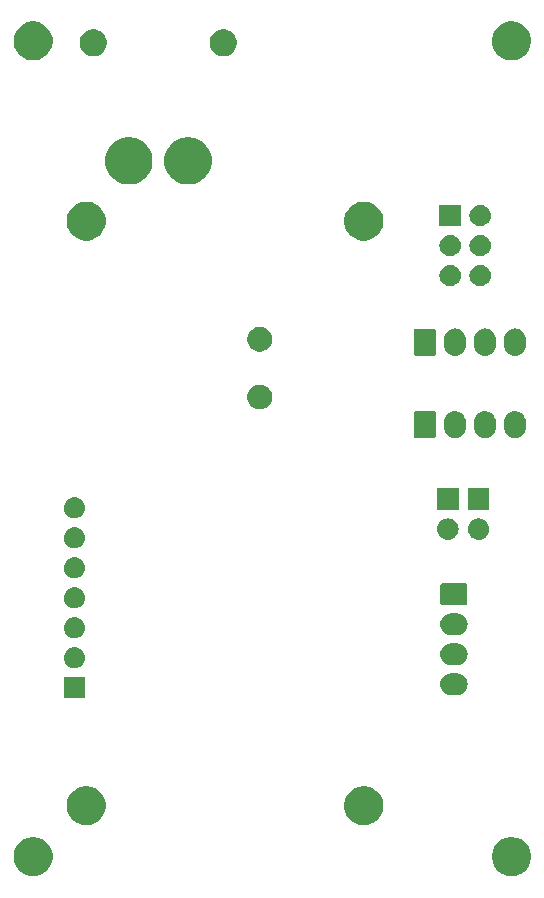
<source format=gbs>
G04 #@! TF.GenerationSoftware,KiCad,Pcbnew,5.0.2-bee76a0~70~ubuntu16.04.1*
G04 #@! TF.CreationDate,2019-07-23T17:30:48+02:00*
G04 #@! TF.ProjectId,ATtiny_3.0,41547469-6e79-45f3-932e-302e6b696361,rev?*
G04 #@! TF.SameCoordinates,Original*
G04 #@! TF.FileFunction,Soldermask,Bot*
G04 #@! TF.FilePolarity,Negative*
%FSLAX46Y46*%
G04 Gerber Fmt 4.6, Leading zero omitted, Abs format (unit mm)*
G04 Created by KiCad (PCBNEW 5.0.2-bee76a0~70~ubuntu16.04.1) date mar 23 jul 2019 17:30:48 CEST*
%MOMM*%
%LPD*%
G01*
G04 APERTURE LIST*
%ADD10C,0.100000*%
G04 APERTURE END LIST*
D10*
G36*
X136375256Y-102191298D02*
X136481579Y-102212447D01*
X136782042Y-102336903D01*
X137048852Y-102515180D01*
X137052454Y-102517587D01*
X137282413Y-102747546D01*
X137463098Y-103017960D01*
X137587553Y-103318422D01*
X137651000Y-103637389D01*
X137651000Y-103962611D01*
X137587553Y-104281578D01*
X137463098Y-104582040D01*
X137282413Y-104852454D01*
X137052454Y-105082413D01*
X137052451Y-105082415D01*
X136782042Y-105263097D01*
X136481579Y-105387553D01*
X136375256Y-105408702D01*
X136162611Y-105451000D01*
X135837389Y-105451000D01*
X135624744Y-105408702D01*
X135518421Y-105387553D01*
X135217958Y-105263097D01*
X134947549Y-105082415D01*
X134947546Y-105082413D01*
X134717587Y-104852454D01*
X134536902Y-104582040D01*
X134412447Y-104281578D01*
X134349000Y-103962611D01*
X134349000Y-103637389D01*
X134412447Y-103318422D01*
X134536902Y-103017960D01*
X134717587Y-102747546D01*
X134947546Y-102517587D01*
X134951148Y-102515180D01*
X135217958Y-102336903D01*
X135518421Y-102212447D01*
X135624744Y-102191298D01*
X135837389Y-102149000D01*
X136162611Y-102149000D01*
X136375256Y-102191298D01*
X136375256Y-102191298D01*
G37*
G36*
X95875256Y-102191298D02*
X95981579Y-102212447D01*
X96282042Y-102336903D01*
X96548852Y-102515180D01*
X96552454Y-102517587D01*
X96782413Y-102747546D01*
X96963098Y-103017960D01*
X97087553Y-103318422D01*
X97151000Y-103637389D01*
X97151000Y-103962611D01*
X97087553Y-104281578D01*
X96963098Y-104582040D01*
X96782413Y-104852454D01*
X96552454Y-105082413D01*
X96552451Y-105082415D01*
X96282042Y-105263097D01*
X95981579Y-105387553D01*
X95875256Y-105408702D01*
X95662611Y-105451000D01*
X95337389Y-105451000D01*
X95124744Y-105408702D01*
X95018421Y-105387553D01*
X94717958Y-105263097D01*
X94447549Y-105082415D01*
X94447546Y-105082413D01*
X94217587Y-104852454D01*
X94036902Y-104582040D01*
X93912447Y-104281578D01*
X93849000Y-103962611D01*
X93849000Y-103637389D01*
X93912447Y-103318422D01*
X94036902Y-103017960D01*
X94217587Y-102747546D01*
X94447546Y-102517587D01*
X94451148Y-102515180D01*
X94717958Y-102336903D01*
X95018421Y-102212447D01*
X95124744Y-102191298D01*
X95337389Y-102149000D01*
X95662611Y-102149000D01*
X95875256Y-102191298D01*
X95875256Y-102191298D01*
G37*
G36*
X100375256Y-97891298D02*
X100481579Y-97912447D01*
X100782042Y-98036903D01*
X101048852Y-98215180D01*
X101052454Y-98217587D01*
X101282413Y-98447546D01*
X101463098Y-98717960D01*
X101587553Y-99018422D01*
X101651000Y-99337389D01*
X101651000Y-99662611D01*
X101587553Y-99981578D01*
X101463098Y-100282040D01*
X101282413Y-100552454D01*
X101052454Y-100782413D01*
X101052451Y-100782415D01*
X100782042Y-100963097D01*
X100481579Y-101087553D01*
X100375256Y-101108702D01*
X100162611Y-101151000D01*
X99837389Y-101151000D01*
X99624744Y-101108702D01*
X99518421Y-101087553D01*
X99217958Y-100963097D01*
X98947549Y-100782415D01*
X98947546Y-100782413D01*
X98717587Y-100552454D01*
X98536902Y-100282040D01*
X98412447Y-99981578D01*
X98349000Y-99662611D01*
X98349000Y-99337389D01*
X98412447Y-99018422D01*
X98536902Y-98717960D01*
X98717587Y-98447546D01*
X98947546Y-98217587D01*
X98951148Y-98215180D01*
X99217958Y-98036903D01*
X99518421Y-97912447D01*
X99624744Y-97891298D01*
X99837389Y-97849000D01*
X100162611Y-97849000D01*
X100375256Y-97891298D01*
X100375256Y-97891298D01*
G37*
G36*
X123875256Y-97891298D02*
X123981579Y-97912447D01*
X124282042Y-98036903D01*
X124548852Y-98215180D01*
X124552454Y-98217587D01*
X124782413Y-98447546D01*
X124963098Y-98717960D01*
X125087553Y-99018422D01*
X125151000Y-99337389D01*
X125151000Y-99662611D01*
X125087553Y-99981578D01*
X124963098Y-100282040D01*
X124782413Y-100552454D01*
X124552454Y-100782413D01*
X124552451Y-100782415D01*
X124282042Y-100963097D01*
X123981579Y-101087553D01*
X123875256Y-101108702D01*
X123662611Y-101151000D01*
X123337389Y-101151000D01*
X123124744Y-101108702D01*
X123018421Y-101087553D01*
X122717958Y-100963097D01*
X122447549Y-100782415D01*
X122447546Y-100782413D01*
X122217587Y-100552454D01*
X122036902Y-100282040D01*
X121912447Y-99981578D01*
X121849000Y-99662611D01*
X121849000Y-99337389D01*
X121912447Y-99018422D01*
X122036902Y-98717960D01*
X122217587Y-98447546D01*
X122447546Y-98217587D01*
X122451148Y-98215180D01*
X122717958Y-98036903D01*
X123018421Y-97912447D01*
X123124744Y-97891298D01*
X123337389Y-97849000D01*
X123662611Y-97849000D01*
X123875256Y-97891298D01*
X123875256Y-97891298D01*
G37*
G36*
X99901000Y-90401000D02*
X98099000Y-90401000D01*
X98099000Y-88599000D01*
X99901000Y-88599000D01*
X99901000Y-90401000D01*
X99901000Y-90401000D01*
G37*
G36*
X131447845Y-88300942D02*
X131538048Y-88309826D01*
X131653787Y-88344935D01*
X131711658Y-88362490D01*
X131797179Y-88408202D01*
X131871656Y-88448011D01*
X131871658Y-88448012D01*
X131871657Y-88448012D01*
X132011896Y-88563104D01*
X132126988Y-88703343D01*
X132212510Y-88863342D01*
X132212510Y-88863343D01*
X132265174Y-89036952D01*
X132282956Y-89217500D01*
X132265174Y-89398048D01*
X132230065Y-89513787D01*
X132212510Y-89571658D01*
X132166798Y-89657179D01*
X132126989Y-89731656D01*
X132011896Y-89871896D01*
X131871656Y-89986989D01*
X131797179Y-90026798D01*
X131711658Y-90072510D01*
X131653787Y-90090065D01*
X131538048Y-90125174D01*
X131447845Y-90134058D01*
X131402745Y-90138500D01*
X130852255Y-90138500D01*
X130807155Y-90134058D01*
X130716952Y-90125174D01*
X130601213Y-90090065D01*
X130543342Y-90072510D01*
X130457821Y-90026798D01*
X130383344Y-89986989D01*
X130243104Y-89871896D01*
X130128011Y-89731656D01*
X130088202Y-89657179D01*
X130042490Y-89571658D01*
X130024935Y-89513787D01*
X129989826Y-89398048D01*
X129972044Y-89217500D01*
X129989826Y-89036952D01*
X130042490Y-88863343D01*
X130042490Y-88863342D01*
X130128012Y-88703343D01*
X130243104Y-88563104D01*
X130383343Y-88448012D01*
X130383342Y-88448012D01*
X130383344Y-88448011D01*
X130457821Y-88408202D01*
X130543342Y-88362490D01*
X130601213Y-88344935D01*
X130716952Y-88309826D01*
X130807155Y-88300942D01*
X130852255Y-88296500D01*
X131402745Y-88296500D01*
X131447845Y-88300942D01*
X131447845Y-88300942D01*
G37*
G36*
X99110442Y-86065518D02*
X99176627Y-86072037D01*
X99289853Y-86106384D01*
X99346467Y-86123557D01*
X99420900Y-86163343D01*
X99502991Y-86207222D01*
X99538729Y-86236552D01*
X99640186Y-86319814D01*
X99723448Y-86421271D01*
X99752778Y-86457009D01*
X99752779Y-86457011D01*
X99836443Y-86613533D01*
X99836443Y-86613534D01*
X99887963Y-86783373D01*
X99905359Y-86960000D01*
X99887963Y-87136627D01*
X99871270Y-87191656D01*
X99836443Y-87306467D01*
X99762348Y-87445087D01*
X99752778Y-87462991D01*
X99723448Y-87498729D01*
X99640186Y-87600186D01*
X99538729Y-87683448D01*
X99502991Y-87712778D01*
X99502989Y-87712779D01*
X99346467Y-87796443D01*
X99289853Y-87813616D01*
X99176627Y-87847963D01*
X99110443Y-87854481D01*
X99044260Y-87861000D01*
X98955740Y-87861000D01*
X98889557Y-87854481D01*
X98823373Y-87847963D01*
X98710147Y-87813616D01*
X98653533Y-87796443D01*
X98497011Y-87712779D01*
X98497009Y-87712778D01*
X98461271Y-87683448D01*
X98359814Y-87600186D01*
X98276552Y-87498729D01*
X98247222Y-87462991D01*
X98237652Y-87445087D01*
X98163557Y-87306467D01*
X98128730Y-87191656D01*
X98112037Y-87136627D01*
X98094641Y-86960000D01*
X98112037Y-86783373D01*
X98163557Y-86613534D01*
X98163557Y-86613533D01*
X98247221Y-86457011D01*
X98247222Y-86457009D01*
X98276552Y-86421271D01*
X98359814Y-86319814D01*
X98461271Y-86236552D01*
X98497009Y-86207222D01*
X98579100Y-86163343D01*
X98653533Y-86123557D01*
X98710147Y-86106384D01*
X98823373Y-86072037D01*
X98889558Y-86065518D01*
X98955740Y-86059000D01*
X99044260Y-86059000D01*
X99110442Y-86065518D01*
X99110442Y-86065518D01*
G37*
G36*
X131447845Y-85760942D02*
X131538048Y-85769826D01*
X131653787Y-85804935D01*
X131711658Y-85822490D01*
X131797179Y-85868202D01*
X131871656Y-85908011D01*
X132011896Y-86023104D01*
X132126989Y-86163344D01*
X132150442Y-86207222D01*
X132212510Y-86323342D01*
X132212510Y-86323343D01*
X132265174Y-86496952D01*
X132282956Y-86677500D01*
X132265174Y-86858048D01*
X132234247Y-86960000D01*
X132212510Y-87031658D01*
X132166798Y-87117179D01*
X132126989Y-87191656D01*
X132011896Y-87331896D01*
X131871656Y-87446989D01*
X131841718Y-87462991D01*
X131711658Y-87532510D01*
X131653787Y-87550065D01*
X131538048Y-87585174D01*
X131447845Y-87594058D01*
X131402745Y-87598500D01*
X130852255Y-87598500D01*
X130807155Y-87594058D01*
X130716952Y-87585174D01*
X130601213Y-87550065D01*
X130543342Y-87532510D01*
X130413282Y-87462991D01*
X130383344Y-87446989D01*
X130243104Y-87331896D01*
X130128011Y-87191656D01*
X130088202Y-87117179D01*
X130042490Y-87031658D01*
X130020753Y-86960000D01*
X129989826Y-86858048D01*
X129972044Y-86677500D01*
X129989826Y-86496952D01*
X130042490Y-86323343D01*
X130042490Y-86323342D01*
X130104558Y-86207222D01*
X130128011Y-86163344D01*
X130243104Y-86023104D01*
X130383344Y-85908011D01*
X130457821Y-85868202D01*
X130543342Y-85822490D01*
X130601213Y-85804935D01*
X130716952Y-85769826D01*
X130807155Y-85760942D01*
X130852255Y-85756500D01*
X131402745Y-85756500D01*
X131447845Y-85760942D01*
X131447845Y-85760942D01*
G37*
G36*
X99110443Y-83525519D02*
X99176627Y-83532037D01*
X99289853Y-83566384D01*
X99346467Y-83583557D01*
X99420900Y-83623343D01*
X99502991Y-83667222D01*
X99538729Y-83696552D01*
X99640186Y-83779814D01*
X99723448Y-83881271D01*
X99752778Y-83917009D01*
X99752779Y-83917011D01*
X99836443Y-84073533D01*
X99836443Y-84073534D01*
X99887963Y-84243373D01*
X99905359Y-84420000D01*
X99887963Y-84596627D01*
X99871270Y-84651656D01*
X99836443Y-84766467D01*
X99762348Y-84905087D01*
X99752778Y-84922991D01*
X99723448Y-84958729D01*
X99640186Y-85060186D01*
X99538729Y-85143448D01*
X99502991Y-85172778D01*
X99502989Y-85172779D01*
X99346467Y-85256443D01*
X99289853Y-85273616D01*
X99176627Y-85307963D01*
X99110442Y-85314482D01*
X99044260Y-85321000D01*
X98955740Y-85321000D01*
X98889558Y-85314482D01*
X98823373Y-85307963D01*
X98710147Y-85273616D01*
X98653533Y-85256443D01*
X98497011Y-85172779D01*
X98497009Y-85172778D01*
X98461271Y-85143448D01*
X98359814Y-85060186D01*
X98276552Y-84958729D01*
X98247222Y-84922991D01*
X98237652Y-84905087D01*
X98163557Y-84766467D01*
X98128730Y-84651656D01*
X98112037Y-84596627D01*
X98094641Y-84420000D01*
X98112037Y-84243373D01*
X98163557Y-84073534D01*
X98163557Y-84073533D01*
X98247221Y-83917011D01*
X98247222Y-83917009D01*
X98276552Y-83881271D01*
X98359814Y-83779814D01*
X98461271Y-83696552D01*
X98497009Y-83667222D01*
X98579100Y-83623343D01*
X98653533Y-83583557D01*
X98710147Y-83566384D01*
X98823373Y-83532037D01*
X98889557Y-83525519D01*
X98955740Y-83519000D01*
X99044260Y-83519000D01*
X99110443Y-83525519D01*
X99110443Y-83525519D01*
G37*
G36*
X131447845Y-83220942D02*
X131538048Y-83229826D01*
X131653787Y-83264935D01*
X131711658Y-83282490D01*
X131797179Y-83328202D01*
X131871656Y-83368011D01*
X132011896Y-83483104D01*
X132126989Y-83623344D01*
X132150442Y-83667222D01*
X132212510Y-83783342D01*
X132212510Y-83783343D01*
X132265174Y-83956952D01*
X132282956Y-84137500D01*
X132265174Y-84318048D01*
X132234247Y-84420000D01*
X132212510Y-84491658D01*
X132166798Y-84577179D01*
X132126989Y-84651656D01*
X132011896Y-84791896D01*
X131871656Y-84906989D01*
X131841718Y-84922991D01*
X131711658Y-84992510D01*
X131653787Y-85010065D01*
X131538048Y-85045174D01*
X131447845Y-85054058D01*
X131402745Y-85058500D01*
X130852255Y-85058500D01*
X130807155Y-85054058D01*
X130716952Y-85045174D01*
X130601213Y-85010065D01*
X130543342Y-84992510D01*
X130413282Y-84922991D01*
X130383344Y-84906989D01*
X130243104Y-84791896D01*
X130128011Y-84651656D01*
X130088202Y-84577179D01*
X130042490Y-84491658D01*
X130020753Y-84420000D01*
X129989826Y-84318048D01*
X129972044Y-84137500D01*
X129989826Y-83956952D01*
X130042490Y-83783343D01*
X130042490Y-83783342D01*
X130104558Y-83667222D01*
X130128011Y-83623344D01*
X130243104Y-83483104D01*
X130383344Y-83368011D01*
X130457821Y-83328202D01*
X130543342Y-83282490D01*
X130601213Y-83264935D01*
X130716952Y-83229826D01*
X130807155Y-83220942D01*
X130852255Y-83216500D01*
X131402745Y-83216500D01*
X131447845Y-83220942D01*
X131447845Y-83220942D01*
G37*
G36*
X99110442Y-80985518D02*
X99176627Y-80992037D01*
X99289853Y-81026384D01*
X99346467Y-81043557D01*
X99485087Y-81117652D01*
X99502991Y-81127222D01*
X99538729Y-81156552D01*
X99640186Y-81239814D01*
X99723448Y-81341271D01*
X99752778Y-81377009D01*
X99752779Y-81377011D01*
X99836443Y-81533533D01*
X99836443Y-81533534D01*
X99887963Y-81703373D01*
X99905359Y-81880000D01*
X99887963Y-82056627D01*
X99853616Y-82169853D01*
X99836443Y-82226467D01*
X99777474Y-82336788D01*
X99752778Y-82382991D01*
X99730708Y-82409883D01*
X99640186Y-82520186D01*
X99538729Y-82603448D01*
X99502991Y-82632778D01*
X99502989Y-82632779D01*
X99346467Y-82716443D01*
X99289853Y-82733616D01*
X99176627Y-82767963D01*
X99110443Y-82774481D01*
X99044260Y-82781000D01*
X98955740Y-82781000D01*
X98889557Y-82774481D01*
X98823373Y-82767963D01*
X98710147Y-82733616D01*
X98653533Y-82716443D01*
X98497011Y-82632779D01*
X98497009Y-82632778D01*
X98461271Y-82603448D01*
X98359814Y-82520186D01*
X98269292Y-82409883D01*
X98247222Y-82382991D01*
X98222526Y-82336788D01*
X98163557Y-82226467D01*
X98146384Y-82169853D01*
X98112037Y-82056627D01*
X98094641Y-81880000D01*
X98112037Y-81703373D01*
X98163557Y-81533534D01*
X98163557Y-81533533D01*
X98247221Y-81377011D01*
X98247222Y-81377009D01*
X98276552Y-81341271D01*
X98359814Y-81239814D01*
X98461271Y-81156552D01*
X98497009Y-81127222D01*
X98514913Y-81117652D01*
X98653533Y-81043557D01*
X98710147Y-81026384D01*
X98823373Y-80992037D01*
X98889558Y-80985518D01*
X98955740Y-80979000D01*
X99044260Y-80979000D01*
X99110442Y-80985518D01*
X99110442Y-80985518D01*
G37*
G36*
X132137060Y-80680466D02*
X132169883Y-80690423D01*
X132200132Y-80706592D01*
X132226648Y-80728352D01*
X132248408Y-80754868D01*
X132264577Y-80785117D01*
X132274534Y-80817940D01*
X132278500Y-80858212D01*
X132278500Y-82336788D01*
X132274534Y-82377060D01*
X132264577Y-82409883D01*
X132248408Y-82440132D01*
X132226648Y-82466648D01*
X132200132Y-82488408D01*
X132169883Y-82504577D01*
X132137060Y-82514534D01*
X132096788Y-82518500D01*
X130158212Y-82518500D01*
X130117940Y-82514534D01*
X130085117Y-82504577D01*
X130054868Y-82488408D01*
X130028352Y-82466648D01*
X130006592Y-82440132D01*
X129990423Y-82409883D01*
X129980466Y-82377060D01*
X129976500Y-82336788D01*
X129976500Y-80858212D01*
X129980466Y-80817940D01*
X129990423Y-80785117D01*
X130006592Y-80754868D01*
X130028352Y-80728352D01*
X130054868Y-80706592D01*
X130085117Y-80690423D01*
X130117940Y-80680466D01*
X130158212Y-80676500D01*
X132096788Y-80676500D01*
X132137060Y-80680466D01*
X132137060Y-80680466D01*
G37*
G36*
X99110442Y-78445518D02*
X99176627Y-78452037D01*
X99289853Y-78486384D01*
X99346467Y-78503557D01*
X99485087Y-78577652D01*
X99502991Y-78587222D01*
X99538729Y-78616552D01*
X99640186Y-78699814D01*
X99723448Y-78801271D01*
X99752778Y-78837009D01*
X99752779Y-78837011D01*
X99836443Y-78993533D01*
X99836443Y-78993534D01*
X99887963Y-79163373D01*
X99905359Y-79340000D01*
X99887963Y-79516627D01*
X99853616Y-79629853D01*
X99836443Y-79686467D01*
X99762348Y-79825087D01*
X99752778Y-79842991D01*
X99723448Y-79878729D01*
X99640186Y-79980186D01*
X99538729Y-80063448D01*
X99502991Y-80092778D01*
X99502989Y-80092779D01*
X99346467Y-80176443D01*
X99289853Y-80193616D01*
X99176627Y-80227963D01*
X99110442Y-80234482D01*
X99044260Y-80241000D01*
X98955740Y-80241000D01*
X98889558Y-80234482D01*
X98823373Y-80227963D01*
X98710147Y-80193616D01*
X98653533Y-80176443D01*
X98497011Y-80092779D01*
X98497009Y-80092778D01*
X98461271Y-80063448D01*
X98359814Y-79980186D01*
X98276552Y-79878729D01*
X98247222Y-79842991D01*
X98237652Y-79825087D01*
X98163557Y-79686467D01*
X98146384Y-79629853D01*
X98112037Y-79516627D01*
X98094641Y-79340000D01*
X98112037Y-79163373D01*
X98163557Y-78993534D01*
X98163557Y-78993533D01*
X98247221Y-78837011D01*
X98247222Y-78837009D01*
X98276552Y-78801271D01*
X98359814Y-78699814D01*
X98461271Y-78616552D01*
X98497009Y-78587222D01*
X98514913Y-78577652D01*
X98653533Y-78503557D01*
X98710147Y-78486384D01*
X98823373Y-78452037D01*
X98889558Y-78445518D01*
X98955740Y-78439000D01*
X99044260Y-78439000D01*
X99110442Y-78445518D01*
X99110442Y-78445518D01*
G37*
G36*
X99110443Y-75905519D02*
X99176627Y-75912037D01*
X99289853Y-75946384D01*
X99346467Y-75963557D01*
X99485087Y-76037652D01*
X99502991Y-76047222D01*
X99534401Y-76073000D01*
X99640186Y-76159814D01*
X99723448Y-76261271D01*
X99752778Y-76297009D01*
X99752779Y-76297011D01*
X99836443Y-76453533D01*
X99836443Y-76453534D01*
X99887963Y-76623373D01*
X99905359Y-76800000D01*
X99887963Y-76976627D01*
X99853616Y-77089853D01*
X99836443Y-77146467D01*
X99762348Y-77285087D01*
X99752778Y-77302991D01*
X99723448Y-77338729D01*
X99640186Y-77440186D01*
X99538729Y-77523448D01*
X99502991Y-77552778D01*
X99502989Y-77552779D01*
X99346467Y-77636443D01*
X99289853Y-77653616D01*
X99176627Y-77687963D01*
X99110443Y-77694481D01*
X99044260Y-77701000D01*
X98955740Y-77701000D01*
X98889557Y-77694481D01*
X98823373Y-77687963D01*
X98710147Y-77653616D01*
X98653533Y-77636443D01*
X98497011Y-77552779D01*
X98497009Y-77552778D01*
X98461271Y-77523448D01*
X98359814Y-77440186D01*
X98276552Y-77338729D01*
X98247222Y-77302991D01*
X98237652Y-77285087D01*
X98163557Y-77146467D01*
X98146384Y-77089853D01*
X98112037Y-76976627D01*
X98094641Y-76800000D01*
X98112037Y-76623373D01*
X98163557Y-76453534D01*
X98163557Y-76453533D01*
X98247221Y-76297011D01*
X98247222Y-76297009D01*
X98276552Y-76261271D01*
X98359814Y-76159814D01*
X98465599Y-76073000D01*
X98497009Y-76047222D01*
X98514913Y-76037652D01*
X98653533Y-75963557D01*
X98710147Y-75946384D01*
X98823373Y-75912037D01*
X98889557Y-75905519D01*
X98955740Y-75899000D01*
X99044260Y-75899000D01*
X99110443Y-75905519D01*
X99110443Y-75905519D01*
G37*
G36*
X133333442Y-75178518D02*
X133399627Y-75185037D01*
X133512853Y-75219384D01*
X133569467Y-75236557D01*
X133708087Y-75310652D01*
X133725991Y-75320222D01*
X133761729Y-75349552D01*
X133863186Y-75432814D01*
X133946448Y-75534271D01*
X133975778Y-75570009D01*
X133975779Y-75570011D01*
X134059443Y-75726533D01*
X134059443Y-75726534D01*
X134110963Y-75896373D01*
X134128359Y-76073000D01*
X134110963Y-76249627D01*
X134096590Y-76297009D01*
X134059443Y-76419467D01*
X133985348Y-76558087D01*
X133975778Y-76575991D01*
X133946448Y-76611729D01*
X133863186Y-76713186D01*
X133761729Y-76796448D01*
X133725991Y-76825778D01*
X133725989Y-76825779D01*
X133569467Y-76909443D01*
X133512853Y-76926616D01*
X133399627Y-76960963D01*
X133333442Y-76967482D01*
X133267260Y-76974000D01*
X133178740Y-76974000D01*
X133112558Y-76967482D01*
X133046373Y-76960963D01*
X132933147Y-76926616D01*
X132876533Y-76909443D01*
X132720011Y-76825779D01*
X132720009Y-76825778D01*
X132684271Y-76796448D01*
X132582814Y-76713186D01*
X132499552Y-76611729D01*
X132470222Y-76575991D01*
X132460652Y-76558087D01*
X132386557Y-76419467D01*
X132349410Y-76297009D01*
X132335037Y-76249627D01*
X132317641Y-76073000D01*
X132335037Y-75896373D01*
X132386557Y-75726534D01*
X132386557Y-75726533D01*
X132470221Y-75570011D01*
X132470222Y-75570009D01*
X132499552Y-75534271D01*
X132582814Y-75432814D01*
X132684271Y-75349552D01*
X132720009Y-75320222D01*
X132737913Y-75310652D01*
X132876533Y-75236557D01*
X132933147Y-75219384D01*
X133046373Y-75185037D01*
X133112558Y-75178518D01*
X133178740Y-75172000D01*
X133267260Y-75172000D01*
X133333442Y-75178518D01*
X133333442Y-75178518D01*
G37*
G36*
X130730442Y-75178518D02*
X130796627Y-75185037D01*
X130909853Y-75219384D01*
X130966467Y-75236557D01*
X131105087Y-75310652D01*
X131122991Y-75320222D01*
X131158729Y-75349552D01*
X131260186Y-75432814D01*
X131343448Y-75534271D01*
X131372778Y-75570009D01*
X131372779Y-75570011D01*
X131456443Y-75726533D01*
X131456443Y-75726534D01*
X131507963Y-75896373D01*
X131525359Y-76073000D01*
X131507963Y-76249627D01*
X131493590Y-76297009D01*
X131456443Y-76419467D01*
X131382348Y-76558087D01*
X131372778Y-76575991D01*
X131343448Y-76611729D01*
X131260186Y-76713186D01*
X131158729Y-76796448D01*
X131122991Y-76825778D01*
X131122989Y-76825779D01*
X130966467Y-76909443D01*
X130909853Y-76926616D01*
X130796627Y-76960963D01*
X130730442Y-76967482D01*
X130664260Y-76974000D01*
X130575740Y-76974000D01*
X130509558Y-76967482D01*
X130443373Y-76960963D01*
X130330147Y-76926616D01*
X130273533Y-76909443D01*
X130117011Y-76825779D01*
X130117009Y-76825778D01*
X130081271Y-76796448D01*
X129979814Y-76713186D01*
X129896552Y-76611729D01*
X129867222Y-76575991D01*
X129857652Y-76558087D01*
X129783557Y-76419467D01*
X129746410Y-76297009D01*
X129732037Y-76249627D01*
X129714641Y-76073000D01*
X129732037Y-75896373D01*
X129783557Y-75726534D01*
X129783557Y-75726533D01*
X129867221Y-75570011D01*
X129867222Y-75570009D01*
X129896552Y-75534271D01*
X129979814Y-75432814D01*
X130081271Y-75349552D01*
X130117009Y-75320222D01*
X130134913Y-75310652D01*
X130273533Y-75236557D01*
X130330147Y-75219384D01*
X130443373Y-75185037D01*
X130509558Y-75178518D01*
X130575740Y-75172000D01*
X130664260Y-75172000D01*
X130730442Y-75178518D01*
X130730442Y-75178518D01*
G37*
G36*
X99110443Y-73365519D02*
X99176627Y-73372037D01*
X99289853Y-73406384D01*
X99346467Y-73423557D01*
X99485087Y-73497652D01*
X99502991Y-73507222D01*
X99538729Y-73536552D01*
X99640186Y-73619814D01*
X99723448Y-73721271D01*
X99752778Y-73757009D01*
X99752779Y-73757011D01*
X99836443Y-73913533D01*
X99836443Y-73913534D01*
X99887963Y-74083373D01*
X99905359Y-74260000D01*
X99887963Y-74436627D01*
X99853616Y-74549853D01*
X99836443Y-74606467D01*
X99762348Y-74745087D01*
X99752778Y-74762991D01*
X99723448Y-74798729D01*
X99640186Y-74900186D01*
X99538729Y-74983448D01*
X99502991Y-75012778D01*
X99502989Y-75012779D01*
X99346467Y-75096443D01*
X99289853Y-75113616D01*
X99176627Y-75147963D01*
X99110442Y-75154482D01*
X99044260Y-75161000D01*
X98955740Y-75161000D01*
X98889558Y-75154482D01*
X98823373Y-75147963D01*
X98710147Y-75113616D01*
X98653533Y-75096443D01*
X98497011Y-75012779D01*
X98497009Y-75012778D01*
X98461271Y-74983448D01*
X98359814Y-74900186D01*
X98276552Y-74798729D01*
X98247222Y-74762991D01*
X98237652Y-74745087D01*
X98163557Y-74606467D01*
X98146384Y-74549853D01*
X98112037Y-74436627D01*
X98094641Y-74260000D01*
X98112037Y-74083373D01*
X98163557Y-73913534D01*
X98163557Y-73913533D01*
X98247221Y-73757011D01*
X98247222Y-73757009D01*
X98276552Y-73721271D01*
X98359814Y-73619814D01*
X98461271Y-73536552D01*
X98497009Y-73507222D01*
X98514913Y-73497652D01*
X98653533Y-73423557D01*
X98710147Y-73406384D01*
X98823373Y-73372037D01*
X98889557Y-73365519D01*
X98955740Y-73359000D01*
X99044260Y-73359000D01*
X99110443Y-73365519D01*
X99110443Y-73365519D01*
G37*
G36*
X134124000Y-74434000D02*
X132322000Y-74434000D01*
X132322000Y-72632000D01*
X134124000Y-72632000D01*
X134124000Y-74434000D01*
X134124000Y-74434000D01*
G37*
G36*
X131521000Y-74434000D02*
X129719000Y-74434000D01*
X129719000Y-72632000D01*
X131521000Y-72632000D01*
X131521000Y-74434000D01*
X131521000Y-74434000D01*
G37*
G36*
X136470547Y-66094435D02*
X136586286Y-66129544D01*
X136644157Y-66147099D01*
X136665718Y-66158624D01*
X136804155Y-66232620D01*
X136944396Y-66347713D01*
X137059489Y-66487953D01*
X137099298Y-66562430D01*
X137145010Y-66647951D01*
X137162565Y-66705822D01*
X137197674Y-66821561D01*
X137211000Y-66956865D01*
X137211000Y-67507352D01*
X137197674Y-67642657D01*
X137145010Y-67816266D01*
X137059489Y-67976265D01*
X136944396Y-68116505D01*
X136804156Y-68231598D01*
X136785314Y-68241669D01*
X136644158Y-68317119D01*
X136597551Y-68331257D01*
X136470548Y-68369783D01*
X136290000Y-68387565D01*
X136109453Y-68369783D01*
X135982450Y-68331257D01*
X135935843Y-68317119D01*
X135794687Y-68241669D01*
X135775845Y-68231598D01*
X135635605Y-68116505D01*
X135520512Y-67976265D01*
X135480703Y-67901789D01*
X135434990Y-67816267D01*
X135417435Y-67758396D01*
X135382326Y-67642657D01*
X135369000Y-67507353D01*
X135369000Y-66956866D01*
X135382326Y-66821562D01*
X135434990Y-66647953D01*
X135434990Y-66647952D01*
X135466183Y-66589595D01*
X135520511Y-66487954D01*
X135635604Y-66347713D01*
X135775844Y-66232620D01*
X135912685Y-66159477D01*
X135935842Y-66147099D01*
X135993713Y-66129544D01*
X136109452Y-66094435D01*
X136290000Y-66076653D01*
X136470547Y-66094435D01*
X136470547Y-66094435D01*
G37*
G36*
X131390547Y-66094435D02*
X131506286Y-66129544D01*
X131564157Y-66147099D01*
X131585718Y-66158624D01*
X131724155Y-66232620D01*
X131864396Y-66347713D01*
X131979489Y-66487953D01*
X132019298Y-66562430D01*
X132065010Y-66647951D01*
X132082565Y-66705822D01*
X132117674Y-66821561D01*
X132131000Y-66956865D01*
X132131000Y-67507352D01*
X132117674Y-67642657D01*
X132065010Y-67816266D01*
X131979489Y-67976265D01*
X131864396Y-68116505D01*
X131724156Y-68231598D01*
X131705314Y-68241669D01*
X131564158Y-68317119D01*
X131517551Y-68331257D01*
X131390548Y-68369783D01*
X131210000Y-68387565D01*
X131029453Y-68369783D01*
X130902450Y-68331257D01*
X130855843Y-68317119D01*
X130714687Y-68241669D01*
X130695845Y-68231598D01*
X130555605Y-68116505D01*
X130440512Y-67976265D01*
X130400703Y-67901789D01*
X130354990Y-67816267D01*
X130337435Y-67758396D01*
X130302326Y-67642657D01*
X130289000Y-67507353D01*
X130289000Y-66956866D01*
X130302326Y-66821562D01*
X130354990Y-66647953D01*
X130354990Y-66647952D01*
X130386183Y-66589595D01*
X130440511Y-66487954D01*
X130555604Y-66347713D01*
X130695844Y-66232620D01*
X130832685Y-66159477D01*
X130855842Y-66147099D01*
X130913713Y-66129544D01*
X131029452Y-66094435D01*
X131210000Y-66076653D01*
X131390547Y-66094435D01*
X131390547Y-66094435D01*
G37*
G36*
X133930547Y-66094435D02*
X134046286Y-66129544D01*
X134104157Y-66147099D01*
X134125718Y-66158624D01*
X134264155Y-66232620D01*
X134404396Y-66347713D01*
X134519489Y-66487953D01*
X134559298Y-66562430D01*
X134605010Y-66647951D01*
X134622565Y-66705822D01*
X134657674Y-66821561D01*
X134671000Y-66956865D01*
X134671000Y-67507352D01*
X134657674Y-67642657D01*
X134605010Y-67816266D01*
X134519489Y-67976265D01*
X134404396Y-68116505D01*
X134264156Y-68231598D01*
X134245314Y-68241669D01*
X134104158Y-68317119D01*
X134057551Y-68331257D01*
X133930548Y-68369783D01*
X133750000Y-68387565D01*
X133569453Y-68369783D01*
X133442450Y-68331257D01*
X133395843Y-68317119D01*
X133254687Y-68241669D01*
X133235845Y-68231598D01*
X133095605Y-68116505D01*
X132980512Y-67976265D01*
X132940703Y-67901789D01*
X132894990Y-67816267D01*
X132877435Y-67758396D01*
X132842326Y-67642657D01*
X132829000Y-67507353D01*
X132829000Y-66956866D01*
X132842326Y-66821562D01*
X132894990Y-66647953D01*
X132894990Y-66647952D01*
X132926183Y-66589595D01*
X132980511Y-66487954D01*
X133095604Y-66347713D01*
X133235844Y-66232620D01*
X133372685Y-66159477D01*
X133395842Y-66147099D01*
X133453713Y-66129544D01*
X133569452Y-66094435D01*
X133750000Y-66076653D01*
X133930547Y-66094435D01*
X133930547Y-66094435D01*
G37*
G36*
X129449560Y-66085075D02*
X129482383Y-66095032D01*
X129512632Y-66111201D01*
X129539148Y-66132961D01*
X129560908Y-66159477D01*
X129577077Y-66189726D01*
X129587034Y-66222549D01*
X129591000Y-66262821D01*
X129591000Y-68201397D01*
X129587034Y-68241669D01*
X129577077Y-68274492D01*
X129560908Y-68304741D01*
X129539148Y-68331257D01*
X129512632Y-68353017D01*
X129482383Y-68369186D01*
X129449560Y-68379143D01*
X129409288Y-68383109D01*
X127930712Y-68383109D01*
X127890440Y-68379143D01*
X127857617Y-68369186D01*
X127827368Y-68353017D01*
X127800852Y-68331257D01*
X127779092Y-68304741D01*
X127762923Y-68274492D01*
X127752966Y-68241669D01*
X127749000Y-68201397D01*
X127749000Y-66262821D01*
X127752966Y-66222549D01*
X127762923Y-66189726D01*
X127779092Y-66159477D01*
X127800852Y-66132961D01*
X127827368Y-66111201D01*
X127857617Y-66095032D01*
X127890440Y-66085075D01*
X127930712Y-66081109D01*
X129409288Y-66081109D01*
X129449560Y-66085075D01*
X129449560Y-66085075D01*
G37*
G36*
X114987565Y-63889389D02*
X115178834Y-63968615D01*
X115350976Y-64083637D01*
X115497363Y-64230024D01*
X115612385Y-64402166D01*
X115691611Y-64593435D01*
X115732000Y-64796484D01*
X115732000Y-65003516D01*
X115691611Y-65206565D01*
X115612385Y-65397834D01*
X115497363Y-65569976D01*
X115350976Y-65716363D01*
X115178834Y-65831385D01*
X114987565Y-65910611D01*
X114784516Y-65951000D01*
X114577484Y-65951000D01*
X114374435Y-65910611D01*
X114183166Y-65831385D01*
X114011024Y-65716363D01*
X113864637Y-65569976D01*
X113749615Y-65397834D01*
X113670389Y-65206565D01*
X113630000Y-65003516D01*
X113630000Y-64796484D01*
X113670389Y-64593435D01*
X113749615Y-64402166D01*
X113864637Y-64230024D01*
X114011024Y-64083637D01*
X114183166Y-63968615D01*
X114374435Y-63889389D01*
X114577484Y-63849000D01*
X114784516Y-63849000D01*
X114987565Y-63889389D01*
X114987565Y-63889389D01*
G37*
G36*
X131390547Y-59109435D02*
X131506286Y-59144544D01*
X131564157Y-59162099D01*
X131585718Y-59173624D01*
X131724155Y-59247620D01*
X131864396Y-59362713D01*
X131979489Y-59502953D01*
X132019298Y-59577430D01*
X132065010Y-59662951D01*
X132074257Y-59693435D01*
X132117674Y-59836561D01*
X132131000Y-59971865D01*
X132131000Y-60522352D01*
X132117674Y-60657657D01*
X132065010Y-60831266D01*
X131979489Y-60991265D01*
X131864396Y-61131505D01*
X131724156Y-61246598D01*
X131705314Y-61256669D01*
X131564158Y-61332119D01*
X131517551Y-61346257D01*
X131390548Y-61384783D01*
X131210000Y-61402565D01*
X131029453Y-61384783D01*
X130902450Y-61346257D01*
X130855843Y-61332119D01*
X130714687Y-61256669D01*
X130695845Y-61246598D01*
X130555605Y-61131505D01*
X130440512Y-60991265D01*
X130400703Y-60916789D01*
X130354990Y-60831267D01*
X130306063Y-60669976D01*
X130302326Y-60657657D01*
X130289000Y-60522353D01*
X130289000Y-59971866D01*
X130302326Y-59836562D01*
X130354990Y-59662953D01*
X130354990Y-59662952D01*
X130386183Y-59604595D01*
X130440511Y-59502954D01*
X130555604Y-59362713D01*
X130695844Y-59247620D01*
X130815548Y-59183637D01*
X130855842Y-59162099D01*
X130913713Y-59144544D01*
X131029452Y-59109435D01*
X131210000Y-59091653D01*
X131390547Y-59109435D01*
X131390547Y-59109435D01*
G37*
G36*
X133930547Y-59109435D02*
X134046286Y-59144544D01*
X134104157Y-59162099D01*
X134125718Y-59173624D01*
X134264155Y-59247620D01*
X134404396Y-59362713D01*
X134519489Y-59502953D01*
X134559298Y-59577430D01*
X134605010Y-59662951D01*
X134614257Y-59693435D01*
X134657674Y-59836561D01*
X134671000Y-59971865D01*
X134671000Y-60522352D01*
X134657674Y-60657657D01*
X134605010Y-60831266D01*
X134519489Y-60991265D01*
X134404396Y-61131505D01*
X134264156Y-61246598D01*
X134245314Y-61256669D01*
X134104158Y-61332119D01*
X134057551Y-61346257D01*
X133930548Y-61384783D01*
X133750000Y-61402565D01*
X133569453Y-61384783D01*
X133442450Y-61346257D01*
X133395843Y-61332119D01*
X133254687Y-61256669D01*
X133235845Y-61246598D01*
X133095605Y-61131505D01*
X132980512Y-60991265D01*
X132940703Y-60916789D01*
X132894990Y-60831267D01*
X132846063Y-60669976D01*
X132842326Y-60657657D01*
X132829000Y-60522353D01*
X132829000Y-59971866D01*
X132842326Y-59836562D01*
X132894990Y-59662953D01*
X132894990Y-59662952D01*
X132926183Y-59604595D01*
X132980511Y-59502954D01*
X133095604Y-59362713D01*
X133235844Y-59247620D01*
X133355548Y-59183637D01*
X133395842Y-59162099D01*
X133453713Y-59144544D01*
X133569452Y-59109435D01*
X133750000Y-59091653D01*
X133930547Y-59109435D01*
X133930547Y-59109435D01*
G37*
G36*
X136470547Y-59109435D02*
X136586286Y-59144544D01*
X136644157Y-59162099D01*
X136665718Y-59173624D01*
X136804155Y-59247620D01*
X136944396Y-59362713D01*
X137059489Y-59502953D01*
X137099298Y-59577430D01*
X137145010Y-59662951D01*
X137154257Y-59693435D01*
X137197674Y-59836561D01*
X137211000Y-59971865D01*
X137211000Y-60522352D01*
X137197674Y-60657657D01*
X137145010Y-60831266D01*
X137059489Y-60991265D01*
X136944396Y-61131505D01*
X136804156Y-61246598D01*
X136785314Y-61256669D01*
X136644158Y-61332119D01*
X136597551Y-61346257D01*
X136470548Y-61384783D01*
X136290000Y-61402565D01*
X136109453Y-61384783D01*
X135982450Y-61346257D01*
X135935843Y-61332119D01*
X135794687Y-61256669D01*
X135775845Y-61246598D01*
X135635605Y-61131505D01*
X135520512Y-60991265D01*
X135480703Y-60916789D01*
X135434990Y-60831267D01*
X135386063Y-60669976D01*
X135382326Y-60657657D01*
X135369000Y-60522353D01*
X135369000Y-59971866D01*
X135382326Y-59836562D01*
X135434990Y-59662953D01*
X135434990Y-59662952D01*
X135466183Y-59604595D01*
X135520511Y-59502954D01*
X135635604Y-59362713D01*
X135775844Y-59247620D01*
X135895548Y-59183637D01*
X135935842Y-59162099D01*
X135993713Y-59144544D01*
X136109452Y-59109435D01*
X136290000Y-59091653D01*
X136470547Y-59109435D01*
X136470547Y-59109435D01*
G37*
G36*
X129449560Y-59100075D02*
X129482383Y-59110032D01*
X129512632Y-59126201D01*
X129539148Y-59147961D01*
X129560908Y-59174477D01*
X129577077Y-59204726D01*
X129587034Y-59237549D01*
X129591000Y-59277821D01*
X129591000Y-61216397D01*
X129587034Y-61256669D01*
X129577077Y-61289492D01*
X129560908Y-61319741D01*
X129539148Y-61346257D01*
X129512632Y-61368017D01*
X129482383Y-61384186D01*
X129449560Y-61394143D01*
X129409288Y-61398109D01*
X127930712Y-61398109D01*
X127890440Y-61394143D01*
X127857617Y-61384186D01*
X127827368Y-61368017D01*
X127800852Y-61346257D01*
X127779092Y-61319741D01*
X127762923Y-61289492D01*
X127752966Y-61256669D01*
X127749000Y-61216397D01*
X127749000Y-59277821D01*
X127752966Y-59237549D01*
X127762923Y-59204726D01*
X127779092Y-59174477D01*
X127800852Y-59147961D01*
X127827368Y-59126201D01*
X127857617Y-59110032D01*
X127890440Y-59100075D01*
X127930712Y-59096109D01*
X129409288Y-59096109D01*
X129449560Y-59100075D01*
X129449560Y-59100075D01*
G37*
G36*
X114987565Y-58989389D02*
X115178834Y-59068615D01*
X115350976Y-59183637D01*
X115497363Y-59330024D01*
X115612385Y-59502166D01*
X115691611Y-59693435D01*
X115732000Y-59896484D01*
X115732000Y-60103516D01*
X115691611Y-60306565D01*
X115612385Y-60497834D01*
X115497363Y-60669976D01*
X115350976Y-60816363D01*
X115178834Y-60931385D01*
X114987565Y-61010611D01*
X114784516Y-61051000D01*
X114577484Y-61051000D01*
X114374435Y-61010611D01*
X114183166Y-60931385D01*
X114011024Y-60816363D01*
X113864637Y-60669976D01*
X113749615Y-60497834D01*
X113670389Y-60306565D01*
X113630000Y-60103516D01*
X113630000Y-59896484D01*
X113670389Y-59693435D01*
X113749615Y-59502166D01*
X113864637Y-59330024D01*
X114011024Y-59183637D01*
X114183166Y-59068615D01*
X114374435Y-58989389D01*
X114577484Y-58949000D01*
X114784516Y-58949000D01*
X114987565Y-58989389D01*
X114987565Y-58989389D01*
G37*
G36*
X133460442Y-53715518D02*
X133526627Y-53722037D01*
X133639853Y-53756384D01*
X133696467Y-53773557D01*
X133835087Y-53847652D01*
X133852991Y-53857222D01*
X133888729Y-53886552D01*
X133990186Y-53969814D01*
X134073448Y-54071271D01*
X134102778Y-54107009D01*
X134102779Y-54107011D01*
X134186443Y-54263533D01*
X134186443Y-54263534D01*
X134237963Y-54433373D01*
X134255359Y-54610000D01*
X134237963Y-54786627D01*
X134203616Y-54899853D01*
X134186443Y-54956467D01*
X134112348Y-55095087D01*
X134102778Y-55112991D01*
X134073448Y-55148729D01*
X133990186Y-55250186D01*
X133888729Y-55333448D01*
X133852991Y-55362778D01*
X133852989Y-55362779D01*
X133696467Y-55446443D01*
X133639853Y-55463616D01*
X133526627Y-55497963D01*
X133460442Y-55504482D01*
X133394260Y-55511000D01*
X133305740Y-55511000D01*
X133239558Y-55504482D01*
X133173373Y-55497963D01*
X133060147Y-55463616D01*
X133003533Y-55446443D01*
X132847011Y-55362779D01*
X132847009Y-55362778D01*
X132811271Y-55333448D01*
X132709814Y-55250186D01*
X132626552Y-55148729D01*
X132597222Y-55112991D01*
X132587652Y-55095087D01*
X132513557Y-54956467D01*
X132496384Y-54899853D01*
X132462037Y-54786627D01*
X132444641Y-54610000D01*
X132462037Y-54433373D01*
X132513557Y-54263534D01*
X132513557Y-54263533D01*
X132597221Y-54107011D01*
X132597222Y-54107009D01*
X132626552Y-54071271D01*
X132709814Y-53969814D01*
X132811271Y-53886552D01*
X132847009Y-53857222D01*
X132864913Y-53847652D01*
X133003533Y-53773557D01*
X133060147Y-53756384D01*
X133173373Y-53722037D01*
X133239558Y-53715518D01*
X133305740Y-53709000D01*
X133394260Y-53709000D01*
X133460442Y-53715518D01*
X133460442Y-53715518D01*
G37*
G36*
X130920442Y-53715518D02*
X130986627Y-53722037D01*
X131099853Y-53756384D01*
X131156467Y-53773557D01*
X131295087Y-53847652D01*
X131312991Y-53857222D01*
X131348729Y-53886552D01*
X131450186Y-53969814D01*
X131533448Y-54071271D01*
X131562778Y-54107009D01*
X131562779Y-54107011D01*
X131646443Y-54263533D01*
X131646443Y-54263534D01*
X131697963Y-54433373D01*
X131715359Y-54610000D01*
X131697963Y-54786627D01*
X131663616Y-54899853D01*
X131646443Y-54956467D01*
X131572348Y-55095087D01*
X131562778Y-55112991D01*
X131533448Y-55148729D01*
X131450186Y-55250186D01*
X131348729Y-55333448D01*
X131312991Y-55362778D01*
X131312989Y-55362779D01*
X131156467Y-55446443D01*
X131099853Y-55463616D01*
X130986627Y-55497963D01*
X130920442Y-55504482D01*
X130854260Y-55511000D01*
X130765740Y-55511000D01*
X130699558Y-55504482D01*
X130633373Y-55497963D01*
X130520147Y-55463616D01*
X130463533Y-55446443D01*
X130307011Y-55362779D01*
X130307009Y-55362778D01*
X130271271Y-55333448D01*
X130169814Y-55250186D01*
X130086552Y-55148729D01*
X130057222Y-55112991D01*
X130047652Y-55095087D01*
X129973557Y-54956467D01*
X129956384Y-54899853D01*
X129922037Y-54786627D01*
X129904641Y-54610000D01*
X129922037Y-54433373D01*
X129973557Y-54263534D01*
X129973557Y-54263533D01*
X130057221Y-54107011D01*
X130057222Y-54107009D01*
X130086552Y-54071271D01*
X130169814Y-53969814D01*
X130271271Y-53886552D01*
X130307009Y-53857222D01*
X130324913Y-53847652D01*
X130463533Y-53773557D01*
X130520147Y-53756384D01*
X130633373Y-53722037D01*
X130699558Y-53715518D01*
X130765740Y-53709000D01*
X130854260Y-53709000D01*
X130920442Y-53715518D01*
X130920442Y-53715518D01*
G37*
G36*
X133460443Y-51175519D02*
X133526627Y-51182037D01*
X133639853Y-51216384D01*
X133696467Y-51233557D01*
X133835087Y-51307652D01*
X133852991Y-51317222D01*
X133888729Y-51346552D01*
X133990186Y-51429814D01*
X134073448Y-51531271D01*
X134102778Y-51567009D01*
X134102779Y-51567011D01*
X134186443Y-51723533D01*
X134186443Y-51723534D01*
X134237963Y-51893373D01*
X134255359Y-52070000D01*
X134237963Y-52246627D01*
X134203616Y-52359853D01*
X134186443Y-52416467D01*
X134112348Y-52555087D01*
X134102778Y-52572991D01*
X134073448Y-52608729D01*
X133990186Y-52710186D01*
X133888729Y-52793448D01*
X133852991Y-52822778D01*
X133852989Y-52822779D01*
X133696467Y-52906443D01*
X133639853Y-52923616D01*
X133526627Y-52957963D01*
X133460442Y-52964482D01*
X133394260Y-52971000D01*
X133305740Y-52971000D01*
X133239558Y-52964482D01*
X133173373Y-52957963D01*
X133060147Y-52923616D01*
X133003533Y-52906443D01*
X132847011Y-52822779D01*
X132847009Y-52822778D01*
X132811271Y-52793448D01*
X132709814Y-52710186D01*
X132626552Y-52608729D01*
X132597222Y-52572991D01*
X132587652Y-52555087D01*
X132513557Y-52416467D01*
X132496384Y-52359853D01*
X132462037Y-52246627D01*
X132444641Y-52070000D01*
X132462037Y-51893373D01*
X132513557Y-51723534D01*
X132513557Y-51723533D01*
X132597221Y-51567011D01*
X132597222Y-51567009D01*
X132626552Y-51531271D01*
X132709814Y-51429814D01*
X132811271Y-51346552D01*
X132847009Y-51317222D01*
X132864913Y-51307652D01*
X133003533Y-51233557D01*
X133060147Y-51216384D01*
X133173373Y-51182037D01*
X133239557Y-51175519D01*
X133305740Y-51169000D01*
X133394260Y-51169000D01*
X133460443Y-51175519D01*
X133460443Y-51175519D01*
G37*
G36*
X130920443Y-51175519D02*
X130986627Y-51182037D01*
X131099853Y-51216384D01*
X131156467Y-51233557D01*
X131295087Y-51307652D01*
X131312991Y-51317222D01*
X131348729Y-51346552D01*
X131450186Y-51429814D01*
X131533448Y-51531271D01*
X131562778Y-51567009D01*
X131562779Y-51567011D01*
X131646443Y-51723533D01*
X131646443Y-51723534D01*
X131697963Y-51893373D01*
X131715359Y-52070000D01*
X131697963Y-52246627D01*
X131663616Y-52359853D01*
X131646443Y-52416467D01*
X131572348Y-52555087D01*
X131562778Y-52572991D01*
X131533448Y-52608729D01*
X131450186Y-52710186D01*
X131348729Y-52793448D01*
X131312991Y-52822778D01*
X131312989Y-52822779D01*
X131156467Y-52906443D01*
X131099853Y-52923616D01*
X130986627Y-52957963D01*
X130920442Y-52964482D01*
X130854260Y-52971000D01*
X130765740Y-52971000D01*
X130699558Y-52964482D01*
X130633373Y-52957963D01*
X130520147Y-52923616D01*
X130463533Y-52906443D01*
X130307011Y-52822779D01*
X130307009Y-52822778D01*
X130271271Y-52793448D01*
X130169814Y-52710186D01*
X130086552Y-52608729D01*
X130057222Y-52572991D01*
X130047652Y-52555087D01*
X129973557Y-52416467D01*
X129956384Y-52359853D01*
X129922037Y-52246627D01*
X129904641Y-52070000D01*
X129922037Y-51893373D01*
X129973557Y-51723534D01*
X129973557Y-51723533D01*
X130057221Y-51567011D01*
X130057222Y-51567009D01*
X130086552Y-51531271D01*
X130169814Y-51429814D01*
X130271271Y-51346552D01*
X130307009Y-51317222D01*
X130324913Y-51307652D01*
X130463533Y-51233557D01*
X130520147Y-51216384D01*
X130633373Y-51182037D01*
X130699557Y-51175519D01*
X130765740Y-51169000D01*
X130854260Y-51169000D01*
X130920443Y-51175519D01*
X130920443Y-51175519D01*
G37*
G36*
X100375256Y-48391298D02*
X100481579Y-48412447D01*
X100782042Y-48536903D01*
X100939386Y-48642037D01*
X101052454Y-48717587D01*
X101282413Y-48947546D01*
X101282415Y-48947549D01*
X101440096Y-49183534D01*
X101463098Y-49217960D01*
X101587553Y-49518422D01*
X101651000Y-49837389D01*
X101651000Y-50162611D01*
X101587553Y-50481578D01*
X101463098Y-50782040D01*
X101282413Y-51052454D01*
X101052454Y-51282413D01*
X101052451Y-51282415D01*
X100782042Y-51463097D01*
X100481579Y-51587553D01*
X100375256Y-51608702D01*
X100162611Y-51651000D01*
X99837389Y-51651000D01*
X99624744Y-51608702D01*
X99518421Y-51587553D01*
X99217958Y-51463097D01*
X98947549Y-51282415D01*
X98947546Y-51282413D01*
X98717587Y-51052454D01*
X98536902Y-50782040D01*
X98412447Y-50481578D01*
X98349000Y-50162611D01*
X98349000Y-49837389D01*
X98412447Y-49518422D01*
X98536902Y-49217960D01*
X98559905Y-49183534D01*
X98717585Y-48947549D01*
X98717587Y-48947546D01*
X98947546Y-48717587D01*
X99060614Y-48642037D01*
X99217958Y-48536903D01*
X99518421Y-48412447D01*
X99624744Y-48391298D01*
X99837389Y-48349000D01*
X100162611Y-48349000D01*
X100375256Y-48391298D01*
X100375256Y-48391298D01*
G37*
G36*
X123875256Y-48391298D02*
X123981579Y-48412447D01*
X124282042Y-48536903D01*
X124439386Y-48642037D01*
X124552454Y-48717587D01*
X124782413Y-48947546D01*
X124782415Y-48947549D01*
X124940096Y-49183534D01*
X124963098Y-49217960D01*
X125087553Y-49518422D01*
X125151000Y-49837389D01*
X125151000Y-50162611D01*
X125087553Y-50481578D01*
X124963098Y-50782040D01*
X124782413Y-51052454D01*
X124552454Y-51282413D01*
X124552451Y-51282415D01*
X124282042Y-51463097D01*
X123981579Y-51587553D01*
X123875256Y-51608702D01*
X123662611Y-51651000D01*
X123337389Y-51651000D01*
X123124744Y-51608702D01*
X123018421Y-51587553D01*
X122717958Y-51463097D01*
X122447549Y-51282415D01*
X122447546Y-51282413D01*
X122217587Y-51052454D01*
X122036902Y-50782040D01*
X121912447Y-50481578D01*
X121849000Y-50162611D01*
X121849000Y-49837389D01*
X121912447Y-49518422D01*
X122036902Y-49217960D01*
X122059905Y-49183534D01*
X122217585Y-48947549D01*
X122217587Y-48947546D01*
X122447546Y-48717587D01*
X122560614Y-48642037D01*
X122717958Y-48536903D01*
X123018421Y-48412447D01*
X123124744Y-48391298D01*
X123337389Y-48349000D01*
X123662611Y-48349000D01*
X123875256Y-48391298D01*
X123875256Y-48391298D01*
G37*
G36*
X131711000Y-50431000D02*
X129909000Y-50431000D01*
X129909000Y-48629000D01*
X131711000Y-48629000D01*
X131711000Y-50431000D01*
X131711000Y-50431000D01*
G37*
G36*
X133460443Y-48635519D02*
X133526627Y-48642037D01*
X133639853Y-48676384D01*
X133696467Y-48693557D01*
X133741423Y-48717587D01*
X133852991Y-48777222D01*
X133888729Y-48806552D01*
X133990186Y-48889814D01*
X134073448Y-48991271D01*
X134102778Y-49027009D01*
X134102779Y-49027011D01*
X134186443Y-49183533D01*
X134196886Y-49217960D01*
X134237963Y-49353373D01*
X134255359Y-49530000D01*
X134237963Y-49706627D01*
X134203616Y-49819853D01*
X134186443Y-49876467D01*
X134112348Y-50015087D01*
X134102778Y-50032991D01*
X134073448Y-50068729D01*
X133990186Y-50170186D01*
X133888729Y-50253448D01*
X133852991Y-50282778D01*
X133852989Y-50282779D01*
X133696467Y-50366443D01*
X133639853Y-50383616D01*
X133526627Y-50417963D01*
X133460443Y-50424481D01*
X133394260Y-50431000D01*
X133305740Y-50431000D01*
X133239558Y-50424482D01*
X133173373Y-50417963D01*
X133060147Y-50383616D01*
X133003533Y-50366443D01*
X132847011Y-50282779D01*
X132847009Y-50282778D01*
X132811271Y-50253448D01*
X132709814Y-50170186D01*
X132626552Y-50068729D01*
X132597222Y-50032991D01*
X132587652Y-50015087D01*
X132513557Y-49876467D01*
X132496384Y-49819853D01*
X132462037Y-49706627D01*
X132444641Y-49530000D01*
X132462037Y-49353373D01*
X132503114Y-49217960D01*
X132513557Y-49183533D01*
X132597221Y-49027011D01*
X132597222Y-49027009D01*
X132626552Y-48991271D01*
X132709814Y-48889814D01*
X132811271Y-48806552D01*
X132847009Y-48777222D01*
X132958577Y-48717587D01*
X133003533Y-48693557D01*
X133060147Y-48676384D01*
X133173373Y-48642037D01*
X133239557Y-48635519D01*
X133305740Y-48629000D01*
X133394260Y-48629000D01*
X133460443Y-48635519D01*
X133460443Y-48635519D01*
G37*
G36*
X104062807Y-42944765D02*
X104191670Y-42970397D01*
X104342509Y-43032877D01*
X104555828Y-43121236D01*
X104883566Y-43340224D01*
X105162276Y-43618934D01*
X105381264Y-43946672D01*
X105532103Y-44310831D01*
X105609000Y-44697417D01*
X105609000Y-45091583D01*
X105532103Y-45478169D01*
X105381264Y-45842328D01*
X105162276Y-46170066D01*
X104883566Y-46448776D01*
X104555828Y-46667764D01*
X104342509Y-46756123D01*
X104191670Y-46818603D01*
X104062807Y-46844235D01*
X103805083Y-46895500D01*
X103410917Y-46895500D01*
X103153193Y-46844235D01*
X103024330Y-46818603D01*
X102873491Y-46756123D01*
X102660172Y-46667764D01*
X102332434Y-46448776D01*
X102053724Y-46170066D01*
X101834736Y-45842328D01*
X101683897Y-45478169D01*
X101607000Y-45091583D01*
X101607000Y-44697417D01*
X101683897Y-44310831D01*
X101834736Y-43946672D01*
X102053724Y-43618934D01*
X102332434Y-43340224D01*
X102660172Y-43121236D01*
X102873491Y-43032877D01*
X103024330Y-42970397D01*
X103153193Y-42944765D01*
X103410917Y-42893500D01*
X103805083Y-42893500D01*
X104062807Y-42944765D01*
X104062807Y-42944765D01*
G37*
G36*
X109062807Y-42944765D02*
X109191670Y-42970397D01*
X109342509Y-43032877D01*
X109555828Y-43121236D01*
X109883566Y-43340224D01*
X110162276Y-43618934D01*
X110381264Y-43946672D01*
X110532103Y-44310831D01*
X110609000Y-44697417D01*
X110609000Y-45091583D01*
X110532103Y-45478169D01*
X110381264Y-45842328D01*
X110162276Y-46170066D01*
X109883566Y-46448776D01*
X109555828Y-46667764D01*
X109342509Y-46756123D01*
X109191670Y-46818603D01*
X109062807Y-46844235D01*
X108805083Y-46895500D01*
X108410917Y-46895500D01*
X108153193Y-46844235D01*
X108024330Y-46818603D01*
X107873491Y-46756123D01*
X107660172Y-46667764D01*
X107332434Y-46448776D01*
X107053724Y-46170066D01*
X106834736Y-45842328D01*
X106683897Y-45478169D01*
X106607000Y-45091583D01*
X106607000Y-44697417D01*
X106683897Y-44310831D01*
X106834736Y-43946672D01*
X107053724Y-43618934D01*
X107332434Y-43340224D01*
X107660172Y-43121236D01*
X107873491Y-43032877D01*
X108024330Y-42970397D01*
X108153193Y-42944765D01*
X108410917Y-42893500D01*
X108805083Y-42893500D01*
X109062807Y-42944765D01*
X109062807Y-42944765D01*
G37*
G36*
X95875256Y-33141298D02*
X95981579Y-33162447D01*
X96282042Y-33286903D01*
X96548852Y-33465180D01*
X96552454Y-33467587D01*
X96782413Y-33697546D01*
X96782415Y-33697549D01*
X96963097Y-33967958D01*
X97042967Y-34160780D01*
X97087553Y-34268422D01*
X97151000Y-34587389D01*
X97151000Y-34912611D01*
X97108702Y-35125256D01*
X97087821Y-35230234D01*
X97087553Y-35231578D01*
X96963098Y-35532040D01*
X96782413Y-35802454D01*
X96552454Y-36032413D01*
X96552451Y-36032415D01*
X96282042Y-36213097D01*
X95981579Y-36337553D01*
X95875256Y-36358702D01*
X95662611Y-36401000D01*
X95337389Y-36401000D01*
X95124744Y-36358702D01*
X95018421Y-36337553D01*
X94717958Y-36213097D01*
X94447549Y-36032415D01*
X94447546Y-36032413D01*
X94217587Y-35802454D01*
X94036902Y-35532040D01*
X93912447Y-35231578D01*
X93912180Y-35230234D01*
X93891298Y-35125256D01*
X93849000Y-34912611D01*
X93849000Y-34587389D01*
X93912447Y-34268422D01*
X93957034Y-34160780D01*
X94036903Y-33967958D01*
X94217585Y-33697549D01*
X94217587Y-33697546D01*
X94447546Y-33467587D01*
X94451148Y-33465180D01*
X94717958Y-33286903D01*
X95018421Y-33162447D01*
X95124744Y-33141298D01*
X95337389Y-33099000D01*
X95662611Y-33099000D01*
X95875256Y-33141298D01*
X95875256Y-33141298D01*
G37*
G36*
X136375256Y-33141298D02*
X136481579Y-33162447D01*
X136782042Y-33286903D01*
X137048852Y-33465180D01*
X137052454Y-33467587D01*
X137282413Y-33697546D01*
X137282415Y-33697549D01*
X137463097Y-33967958D01*
X137542967Y-34160780D01*
X137587553Y-34268422D01*
X137651000Y-34587389D01*
X137651000Y-34912611D01*
X137608702Y-35125256D01*
X137587821Y-35230234D01*
X137587553Y-35231578D01*
X137463098Y-35532040D01*
X137282413Y-35802454D01*
X137052454Y-36032413D01*
X137052451Y-36032415D01*
X136782042Y-36213097D01*
X136481579Y-36337553D01*
X136375256Y-36358702D01*
X136162611Y-36401000D01*
X135837389Y-36401000D01*
X135624744Y-36358702D01*
X135518421Y-36337553D01*
X135217958Y-36213097D01*
X134947549Y-36032415D01*
X134947546Y-36032413D01*
X134717587Y-35802454D01*
X134536902Y-35532040D01*
X134412447Y-35231578D01*
X134412180Y-35230234D01*
X134391298Y-35125256D01*
X134349000Y-34912611D01*
X134349000Y-34587389D01*
X134412447Y-34268422D01*
X134457034Y-34160780D01*
X134536903Y-33967958D01*
X134717585Y-33697549D01*
X134717587Y-33697546D01*
X134947546Y-33467587D01*
X134951148Y-33465180D01*
X135217958Y-33286903D01*
X135518421Y-33162447D01*
X135624744Y-33141298D01*
X135837389Y-33099000D01*
X136162611Y-33099000D01*
X136375256Y-33141298D01*
X136375256Y-33141298D01*
G37*
G36*
X111943734Y-33787732D02*
X112153202Y-33874496D01*
X112341723Y-34000462D01*
X112502038Y-34160777D01*
X112628004Y-34349298D01*
X112714768Y-34558766D01*
X112759000Y-34781135D01*
X112759000Y-35007865D01*
X112714768Y-35230234D01*
X112628004Y-35439702D01*
X112502038Y-35628223D01*
X112341723Y-35788538D01*
X112153202Y-35914504D01*
X111943734Y-36001268D01*
X111721365Y-36045500D01*
X111494635Y-36045500D01*
X111272266Y-36001268D01*
X111062798Y-35914504D01*
X110874277Y-35788538D01*
X110713962Y-35628223D01*
X110587996Y-35439702D01*
X110501232Y-35230234D01*
X110457000Y-35007865D01*
X110457000Y-34781135D01*
X110501232Y-34558766D01*
X110587996Y-34349298D01*
X110713962Y-34160777D01*
X110874277Y-34000462D01*
X111062798Y-33874496D01*
X111272266Y-33787732D01*
X111494635Y-33743500D01*
X111721365Y-33743500D01*
X111943734Y-33787732D01*
X111943734Y-33787732D01*
G37*
G36*
X100943734Y-33787732D02*
X101153202Y-33874496D01*
X101341723Y-34000462D01*
X101502038Y-34160777D01*
X101628004Y-34349298D01*
X101714768Y-34558766D01*
X101759000Y-34781135D01*
X101759000Y-35007865D01*
X101714768Y-35230234D01*
X101628004Y-35439702D01*
X101502038Y-35628223D01*
X101341723Y-35788538D01*
X101153202Y-35914504D01*
X100943734Y-36001268D01*
X100721365Y-36045500D01*
X100494635Y-36045500D01*
X100272266Y-36001268D01*
X100062798Y-35914504D01*
X99874277Y-35788538D01*
X99713962Y-35628223D01*
X99587996Y-35439702D01*
X99501232Y-35230234D01*
X99457000Y-35007865D01*
X99457000Y-34781135D01*
X99501232Y-34558766D01*
X99587996Y-34349298D01*
X99713962Y-34160777D01*
X99874277Y-34000462D01*
X100062798Y-33874496D01*
X100272266Y-33787732D01*
X100494635Y-33743500D01*
X100721365Y-33743500D01*
X100943734Y-33787732D01*
X100943734Y-33787732D01*
G37*
M02*

</source>
